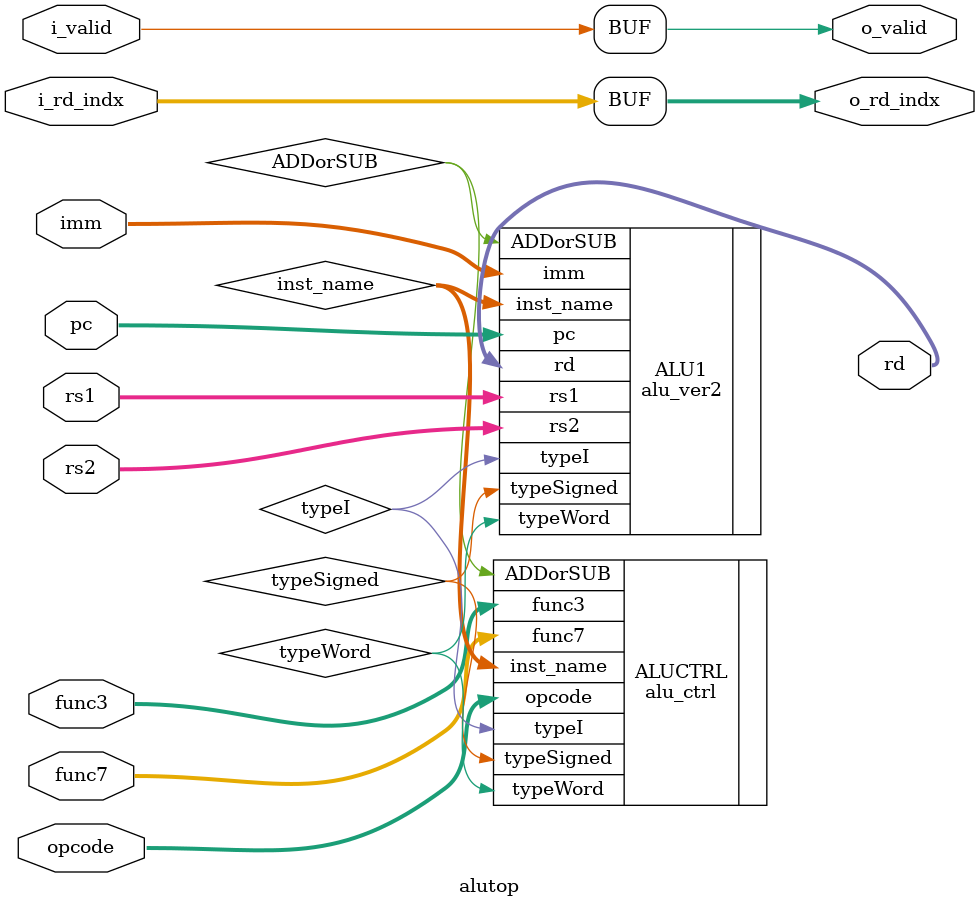
<source format=v>
module alutop (


input [6:0] opcode,
input [6:0] func7,
input [2:0] func3,
input [63:0] rs1,
input [63:0] rs2,
input [19:0] imm,
input [63:0] pc,
input i_valid,

input [4:0] i_rd_indx, //added
output [4:0] o_rd_indx, //to reg_file 

output o_valid, //to reg_file
output [63:0] rd //to reg_file
);

assign o_valid=i_valid;
assign o_rd_indx = i_rd_indx; //to reg_file with rd(result) at next edge


wire [4:0] inst_name;
wire ADDorSUB;
wire typeI;
wire typeSigned;
wire typeWord;


alu_ver2 ALU1 (


//    .reset_n(reset_n),//
    
    .rs1(rs1),
    .rs2(rs2),
    .imm(imm),
    .pc(pc),
    
    .inst_name(inst_name),
    
    .ADDorSUB(ADDorSUB),
    .typeI(typeI),
    .typeSigned(typeSigned),
    .typeWord(typeWord),
    
    .rd(rd)
    
);

alu_ctrl ALUCTRL (
    .opcode(opcode),
    .func7(func7),
    .func3(func3),

    .inst_name(inst_name),
    .ADDorSUB(ADDorSUB),
    .typeI(typeI),
    .typeSigned(typeSigned),
    .typeWord(typeWord) 
);


endmodule

</source>
